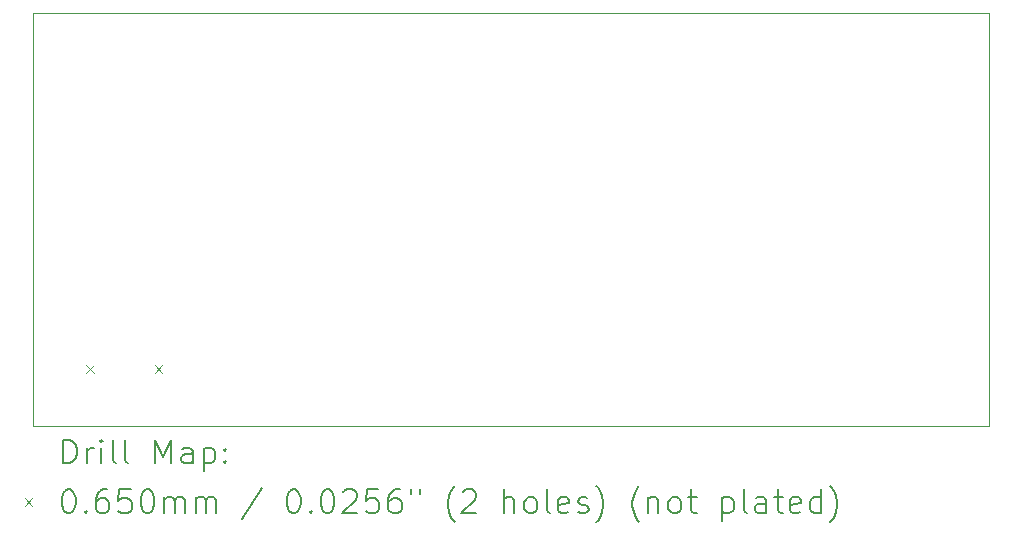
<source format=gbr>
%TF.GenerationSoftware,KiCad,Pcbnew,9.0.2*%
%TF.CreationDate,2025-06-17T12:35:59-07:00*%
%TF.ProjectId,controller,636f6e74-726f-46c6-9c65-722e6b696361,rev?*%
%TF.SameCoordinates,Original*%
%TF.FileFunction,Drillmap*%
%TF.FilePolarity,Positive*%
%FSLAX45Y45*%
G04 Gerber Fmt 4.5, Leading zero omitted, Abs format (unit mm)*
G04 Created by KiCad (PCBNEW 9.0.2) date 2025-06-17 12:35:59*
%MOMM*%
%LPD*%
G01*
G04 APERTURE LIST*
%ADD10C,0.050000*%
%ADD11C,0.200000*%
%ADD12C,0.100000*%
G04 APERTURE END LIST*
D10*
X10100000Y-7000000D02*
X18200000Y-7000000D01*
X18200000Y-10500000D01*
X10100000Y-10500000D01*
X10100000Y-7000000D01*
D11*
D12*
X10553500Y-9982500D02*
X10618500Y-10047500D01*
X10618500Y-9982500D02*
X10553500Y-10047500D01*
X11131500Y-9982500D02*
X11196500Y-10047500D01*
X11196500Y-9982500D02*
X11131500Y-10047500D01*
D11*
X10358277Y-10813984D02*
X10358277Y-10613984D01*
X10358277Y-10613984D02*
X10405896Y-10613984D01*
X10405896Y-10613984D02*
X10434467Y-10623508D01*
X10434467Y-10623508D02*
X10453515Y-10642555D01*
X10453515Y-10642555D02*
X10463039Y-10661603D01*
X10463039Y-10661603D02*
X10472563Y-10699698D01*
X10472563Y-10699698D02*
X10472563Y-10728270D01*
X10472563Y-10728270D02*
X10463039Y-10766365D01*
X10463039Y-10766365D02*
X10453515Y-10785412D01*
X10453515Y-10785412D02*
X10434467Y-10804460D01*
X10434467Y-10804460D02*
X10405896Y-10813984D01*
X10405896Y-10813984D02*
X10358277Y-10813984D01*
X10558277Y-10813984D02*
X10558277Y-10680650D01*
X10558277Y-10718746D02*
X10567801Y-10699698D01*
X10567801Y-10699698D02*
X10577324Y-10690174D01*
X10577324Y-10690174D02*
X10596372Y-10680650D01*
X10596372Y-10680650D02*
X10615420Y-10680650D01*
X10682086Y-10813984D02*
X10682086Y-10680650D01*
X10682086Y-10613984D02*
X10672563Y-10623508D01*
X10672563Y-10623508D02*
X10682086Y-10633031D01*
X10682086Y-10633031D02*
X10691610Y-10623508D01*
X10691610Y-10623508D02*
X10682086Y-10613984D01*
X10682086Y-10613984D02*
X10682086Y-10633031D01*
X10805896Y-10813984D02*
X10786848Y-10804460D01*
X10786848Y-10804460D02*
X10777324Y-10785412D01*
X10777324Y-10785412D02*
X10777324Y-10613984D01*
X10910658Y-10813984D02*
X10891610Y-10804460D01*
X10891610Y-10804460D02*
X10882086Y-10785412D01*
X10882086Y-10785412D02*
X10882086Y-10613984D01*
X11139229Y-10813984D02*
X11139229Y-10613984D01*
X11139229Y-10613984D02*
X11205896Y-10756841D01*
X11205896Y-10756841D02*
X11272562Y-10613984D01*
X11272562Y-10613984D02*
X11272562Y-10813984D01*
X11453515Y-10813984D02*
X11453515Y-10709222D01*
X11453515Y-10709222D02*
X11443991Y-10690174D01*
X11443991Y-10690174D02*
X11424943Y-10680650D01*
X11424943Y-10680650D02*
X11386848Y-10680650D01*
X11386848Y-10680650D02*
X11367801Y-10690174D01*
X11453515Y-10804460D02*
X11434467Y-10813984D01*
X11434467Y-10813984D02*
X11386848Y-10813984D01*
X11386848Y-10813984D02*
X11367801Y-10804460D01*
X11367801Y-10804460D02*
X11358277Y-10785412D01*
X11358277Y-10785412D02*
X11358277Y-10766365D01*
X11358277Y-10766365D02*
X11367801Y-10747317D01*
X11367801Y-10747317D02*
X11386848Y-10737793D01*
X11386848Y-10737793D02*
X11434467Y-10737793D01*
X11434467Y-10737793D02*
X11453515Y-10728270D01*
X11548753Y-10680650D02*
X11548753Y-10880650D01*
X11548753Y-10690174D02*
X11567801Y-10680650D01*
X11567801Y-10680650D02*
X11605896Y-10680650D01*
X11605896Y-10680650D02*
X11624943Y-10690174D01*
X11624943Y-10690174D02*
X11634467Y-10699698D01*
X11634467Y-10699698D02*
X11643991Y-10718746D01*
X11643991Y-10718746D02*
X11643991Y-10775889D01*
X11643991Y-10775889D02*
X11634467Y-10794936D01*
X11634467Y-10794936D02*
X11624943Y-10804460D01*
X11624943Y-10804460D02*
X11605896Y-10813984D01*
X11605896Y-10813984D02*
X11567801Y-10813984D01*
X11567801Y-10813984D02*
X11548753Y-10804460D01*
X11729705Y-10794936D02*
X11739229Y-10804460D01*
X11739229Y-10804460D02*
X11729705Y-10813984D01*
X11729705Y-10813984D02*
X11720182Y-10804460D01*
X11720182Y-10804460D02*
X11729705Y-10794936D01*
X11729705Y-10794936D02*
X11729705Y-10813984D01*
X11729705Y-10690174D02*
X11739229Y-10699698D01*
X11739229Y-10699698D02*
X11729705Y-10709222D01*
X11729705Y-10709222D02*
X11720182Y-10699698D01*
X11720182Y-10699698D02*
X11729705Y-10690174D01*
X11729705Y-10690174D02*
X11729705Y-10709222D01*
D12*
X10032500Y-11110000D02*
X10097500Y-11175000D01*
X10097500Y-11110000D02*
X10032500Y-11175000D01*
D11*
X10396372Y-11033984D02*
X10415420Y-11033984D01*
X10415420Y-11033984D02*
X10434467Y-11043508D01*
X10434467Y-11043508D02*
X10443991Y-11053031D01*
X10443991Y-11053031D02*
X10453515Y-11072079D01*
X10453515Y-11072079D02*
X10463039Y-11110174D01*
X10463039Y-11110174D02*
X10463039Y-11157793D01*
X10463039Y-11157793D02*
X10453515Y-11195888D01*
X10453515Y-11195888D02*
X10443991Y-11214936D01*
X10443991Y-11214936D02*
X10434467Y-11224460D01*
X10434467Y-11224460D02*
X10415420Y-11233984D01*
X10415420Y-11233984D02*
X10396372Y-11233984D01*
X10396372Y-11233984D02*
X10377324Y-11224460D01*
X10377324Y-11224460D02*
X10367801Y-11214936D01*
X10367801Y-11214936D02*
X10358277Y-11195888D01*
X10358277Y-11195888D02*
X10348753Y-11157793D01*
X10348753Y-11157793D02*
X10348753Y-11110174D01*
X10348753Y-11110174D02*
X10358277Y-11072079D01*
X10358277Y-11072079D02*
X10367801Y-11053031D01*
X10367801Y-11053031D02*
X10377324Y-11043508D01*
X10377324Y-11043508D02*
X10396372Y-11033984D01*
X10548753Y-11214936D02*
X10558277Y-11224460D01*
X10558277Y-11224460D02*
X10548753Y-11233984D01*
X10548753Y-11233984D02*
X10539229Y-11224460D01*
X10539229Y-11224460D02*
X10548753Y-11214936D01*
X10548753Y-11214936D02*
X10548753Y-11233984D01*
X10729705Y-11033984D02*
X10691610Y-11033984D01*
X10691610Y-11033984D02*
X10672563Y-11043508D01*
X10672563Y-11043508D02*
X10663039Y-11053031D01*
X10663039Y-11053031D02*
X10643991Y-11081603D01*
X10643991Y-11081603D02*
X10634467Y-11119698D01*
X10634467Y-11119698D02*
X10634467Y-11195888D01*
X10634467Y-11195888D02*
X10643991Y-11214936D01*
X10643991Y-11214936D02*
X10653515Y-11224460D01*
X10653515Y-11224460D02*
X10672563Y-11233984D01*
X10672563Y-11233984D02*
X10710658Y-11233984D01*
X10710658Y-11233984D02*
X10729705Y-11224460D01*
X10729705Y-11224460D02*
X10739229Y-11214936D01*
X10739229Y-11214936D02*
X10748753Y-11195888D01*
X10748753Y-11195888D02*
X10748753Y-11148270D01*
X10748753Y-11148270D02*
X10739229Y-11129222D01*
X10739229Y-11129222D02*
X10729705Y-11119698D01*
X10729705Y-11119698D02*
X10710658Y-11110174D01*
X10710658Y-11110174D02*
X10672563Y-11110174D01*
X10672563Y-11110174D02*
X10653515Y-11119698D01*
X10653515Y-11119698D02*
X10643991Y-11129222D01*
X10643991Y-11129222D02*
X10634467Y-11148270D01*
X10929705Y-11033984D02*
X10834467Y-11033984D01*
X10834467Y-11033984D02*
X10824944Y-11129222D01*
X10824944Y-11129222D02*
X10834467Y-11119698D01*
X10834467Y-11119698D02*
X10853515Y-11110174D01*
X10853515Y-11110174D02*
X10901134Y-11110174D01*
X10901134Y-11110174D02*
X10920182Y-11119698D01*
X10920182Y-11119698D02*
X10929705Y-11129222D01*
X10929705Y-11129222D02*
X10939229Y-11148270D01*
X10939229Y-11148270D02*
X10939229Y-11195888D01*
X10939229Y-11195888D02*
X10929705Y-11214936D01*
X10929705Y-11214936D02*
X10920182Y-11224460D01*
X10920182Y-11224460D02*
X10901134Y-11233984D01*
X10901134Y-11233984D02*
X10853515Y-11233984D01*
X10853515Y-11233984D02*
X10834467Y-11224460D01*
X10834467Y-11224460D02*
X10824944Y-11214936D01*
X11063039Y-11033984D02*
X11082086Y-11033984D01*
X11082086Y-11033984D02*
X11101134Y-11043508D01*
X11101134Y-11043508D02*
X11110658Y-11053031D01*
X11110658Y-11053031D02*
X11120182Y-11072079D01*
X11120182Y-11072079D02*
X11129705Y-11110174D01*
X11129705Y-11110174D02*
X11129705Y-11157793D01*
X11129705Y-11157793D02*
X11120182Y-11195888D01*
X11120182Y-11195888D02*
X11110658Y-11214936D01*
X11110658Y-11214936D02*
X11101134Y-11224460D01*
X11101134Y-11224460D02*
X11082086Y-11233984D01*
X11082086Y-11233984D02*
X11063039Y-11233984D01*
X11063039Y-11233984D02*
X11043991Y-11224460D01*
X11043991Y-11224460D02*
X11034467Y-11214936D01*
X11034467Y-11214936D02*
X11024944Y-11195888D01*
X11024944Y-11195888D02*
X11015420Y-11157793D01*
X11015420Y-11157793D02*
X11015420Y-11110174D01*
X11015420Y-11110174D02*
X11024944Y-11072079D01*
X11024944Y-11072079D02*
X11034467Y-11053031D01*
X11034467Y-11053031D02*
X11043991Y-11043508D01*
X11043991Y-11043508D02*
X11063039Y-11033984D01*
X11215420Y-11233984D02*
X11215420Y-11100650D01*
X11215420Y-11119698D02*
X11224943Y-11110174D01*
X11224943Y-11110174D02*
X11243991Y-11100650D01*
X11243991Y-11100650D02*
X11272563Y-11100650D01*
X11272563Y-11100650D02*
X11291610Y-11110174D01*
X11291610Y-11110174D02*
X11301134Y-11129222D01*
X11301134Y-11129222D02*
X11301134Y-11233984D01*
X11301134Y-11129222D02*
X11310658Y-11110174D01*
X11310658Y-11110174D02*
X11329705Y-11100650D01*
X11329705Y-11100650D02*
X11358277Y-11100650D01*
X11358277Y-11100650D02*
X11377324Y-11110174D01*
X11377324Y-11110174D02*
X11386848Y-11129222D01*
X11386848Y-11129222D02*
X11386848Y-11233984D01*
X11482086Y-11233984D02*
X11482086Y-11100650D01*
X11482086Y-11119698D02*
X11491610Y-11110174D01*
X11491610Y-11110174D02*
X11510658Y-11100650D01*
X11510658Y-11100650D02*
X11539229Y-11100650D01*
X11539229Y-11100650D02*
X11558277Y-11110174D01*
X11558277Y-11110174D02*
X11567801Y-11129222D01*
X11567801Y-11129222D02*
X11567801Y-11233984D01*
X11567801Y-11129222D02*
X11577324Y-11110174D01*
X11577324Y-11110174D02*
X11596372Y-11100650D01*
X11596372Y-11100650D02*
X11624943Y-11100650D01*
X11624943Y-11100650D02*
X11643991Y-11110174D01*
X11643991Y-11110174D02*
X11653515Y-11129222D01*
X11653515Y-11129222D02*
X11653515Y-11233984D01*
X12043991Y-11024460D02*
X11872563Y-11281603D01*
X12301134Y-11033984D02*
X12320182Y-11033984D01*
X12320182Y-11033984D02*
X12339229Y-11043508D01*
X12339229Y-11043508D02*
X12348753Y-11053031D01*
X12348753Y-11053031D02*
X12358277Y-11072079D01*
X12358277Y-11072079D02*
X12367801Y-11110174D01*
X12367801Y-11110174D02*
X12367801Y-11157793D01*
X12367801Y-11157793D02*
X12358277Y-11195888D01*
X12358277Y-11195888D02*
X12348753Y-11214936D01*
X12348753Y-11214936D02*
X12339229Y-11224460D01*
X12339229Y-11224460D02*
X12320182Y-11233984D01*
X12320182Y-11233984D02*
X12301134Y-11233984D01*
X12301134Y-11233984D02*
X12282086Y-11224460D01*
X12282086Y-11224460D02*
X12272563Y-11214936D01*
X12272563Y-11214936D02*
X12263039Y-11195888D01*
X12263039Y-11195888D02*
X12253515Y-11157793D01*
X12253515Y-11157793D02*
X12253515Y-11110174D01*
X12253515Y-11110174D02*
X12263039Y-11072079D01*
X12263039Y-11072079D02*
X12272563Y-11053031D01*
X12272563Y-11053031D02*
X12282086Y-11043508D01*
X12282086Y-11043508D02*
X12301134Y-11033984D01*
X12453515Y-11214936D02*
X12463039Y-11224460D01*
X12463039Y-11224460D02*
X12453515Y-11233984D01*
X12453515Y-11233984D02*
X12443991Y-11224460D01*
X12443991Y-11224460D02*
X12453515Y-11214936D01*
X12453515Y-11214936D02*
X12453515Y-11233984D01*
X12586848Y-11033984D02*
X12605896Y-11033984D01*
X12605896Y-11033984D02*
X12624944Y-11043508D01*
X12624944Y-11043508D02*
X12634467Y-11053031D01*
X12634467Y-11053031D02*
X12643991Y-11072079D01*
X12643991Y-11072079D02*
X12653515Y-11110174D01*
X12653515Y-11110174D02*
X12653515Y-11157793D01*
X12653515Y-11157793D02*
X12643991Y-11195888D01*
X12643991Y-11195888D02*
X12634467Y-11214936D01*
X12634467Y-11214936D02*
X12624944Y-11224460D01*
X12624944Y-11224460D02*
X12605896Y-11233984D01*
X12605896Y-11233984D02*
X12586848Y-11233984D01*
X12586848Y-11233984D02*
X12567801Y-11224460D01*
X12567801Y-11224460D02*
X12558277Y-11214936D01*
X12558277Y-11214936D02*
X12548753Y-11195888D01*
X12548753Y-11195888D02*
X12539229Y-11157793D01*
X12539229Y-11157793D02*
X12539229Y-11110174D01*
X12539229Y-11110174D02*
X12548753Y-11072079D01*
X12548753Y-11072079D02*
X12558277Y-11053031D01*
X12558277Y-11053031D02*
X12567801Y-11043508D01*
X12567801Y-11043508D02*
X12586848Y-11033984D01*
X12729706Y-11053031D02*
X12739229Y-11043508D01*
X12739229Y-11043508D02*
X12758277Y-11033984D01*
X12758277Y-11033984D02*
X12805896Y-11033984D01*
X12805896Y-11033984D02*
X12824944Y-11043508D01*
X12824944Y-11043508D02*
X12834467Y-11053031D01*
X12834467Y-11053031D02*
X12843991Y-11072079D01*
X12843991Y-11072079D02*
X12843991Y-11091127D01*
X12843991Y-11091127D02*
X12834467Y-11119698D01*
X12834467Y-11119698D02*
X12720182Y-11233984D01*
X12720182Y-11233984D02*
X12843991Y-11233984D01*
X13024944Y-11033984D02*
X12929706Y-11033984D01*
X12929706Y-11033984D02*
X12920182Y-11129222D01*
X12920182Y-11129222D02*
X12929706Y-11119698D01*
X12929706Y-11119698D02*
X12948753Y-11110174D01*
X12948753Y-11110174D02*
X12996372Y-11110174D01*
X12996372Y-11110174D02*
X13015420Y-11119698D01*
X13015420Y-11119698D02*
X13024944Y-11129222D01*
X13024944Y-11129222D02*
X13034467Y-11148270D01*
X13034467Y-11148270D02*
X13034467Y-11195888D01*
X13034467Y-11195888D02*
X13024944Y-11214936D01*
X13024944Y-11214936D02*
X13015420Y-11224460D01*
X13015420Y-11224460D02*
X12996372Y-11233984D01*
X12996372Y-11233984D02*
X12948753Y-11233984D01*
X12948753Y-11233984D02*
X12929706Y-11224460D01*
X12929706Y-11224460D02*
X12920182Y-11214936D01*
X13205896Y-11033984D02*
X13167801Y-11033984D01*
X13167801Y-11033984D02*
X13148753Y-11043508D01*
X13148753Y-11043508D02*
X13139229Y-11053031D01*
X13139229Y-11053031D02*
X13120182Y-11081603D01*
X13120182Y-11081603D02*
X13110658Y-11119698D01*
X13110658Y-11119698D02*
X13110658Y-11195888D01*
X13110658Y-11195888D02*
X13120182Y-11214936D01*
X13120182Y-11214936D02*
X13129706Y-11224460D01*
X13129706Y-11224460D02*
X13148753Y-11233984D01*
X13148753Y-11233984D02*
X13186848Y-11233984D01*
X13186848Y-11233984D02*
X13205896Y-11224460D01*
X13205896Y-11224460D02*
X13215420Y-11214936D01*
X13215420Y-11214936D02*
X13224944Y-11195888D01*
X13224944Y-11195888D02*
X13224944Y-11148270D01*
X13224944Y-11148270D02*
X13215420Y-11129222D01*
X13215420Y-11129222D02*
X13205896Y-11119698D01*
X13205896Y-11119698D02*
X13186848Y-11110174D01*
X13186848Y-11110174D02*
X13148753Y-11110174D01*
X13148753Y-11110174D02*
X13129706Y-11119698D01*
X13129706Y-11119698D02*
X13120182Y-11129222D01*
X13120182Y-11129222D02*
X13110658Y-11148270D01*
X13301134Y-11033984D02*
X13301134Y-11072079D01*
X13377325Y-11033984D02*
X13377325Y-11072079D01*
X13672563Y-11310174D02*
X13663039Y-11300650D01*
X13663039Y-11300650D02*
X13643991Y-11272079D01*
X13643991Y-11272079D02*
X13634468Y-11253031D01*
X13634468Y-11253031D02*
X13624944Y-11224460D01*
X13624944Y-11224460D02*
X13615420Y-11176841D01*
X13615420Y-11176841D02*
X13615420Y-11138746D01*
X13615420Y-11138746D02*
X13624944Y-11091127D01*
X13624944Y-11091127D02*
X13634468Y-11062555D01*
X13634468Y-11062555D02*
X13643991Y-11043508D01*
X13643991Y-11043508D02*
X13663039Y-11014936D01*
X13663039Y-11014936D02*
X13672563Y-11005412D01*
X13739229Y-11053031D02*
X13748753Y-11043508D01*
X13748753Y-11043508D02*
X13767801Y-11033984D01*
X13767801Y-11033984D02*
X13815420Y-11033984D01*
X13815420Y-11033984D02*
X13834468Y-11043508D01*
X13834468Y-11043508D02*
X13843991Y-11053031D01*
X13843991Y-11053031D02*
X13853515Y-11072079D01*
X13853515Y-11072079D02*
X13853515Y-11091127D01*
X13853515Y-11091127D02*
X13843991Y-11119698D01*
X13843991Y-11119698D02*
X13729706Y-11233984D01*
X13729706Y-11233984D02*
X13853515Y-11233984D01*
X14091610Y-11233984D02*
X14091610Y-11033984D01*
X14177325Y-11233984D02*
X14177325Y-11129222D01*
X14177325Y-11129222D02*
X14167801Y-11110174D01*
X14167801Y-11110174D02*
X14148753Y-11100650D01*
X14148753Y-11100650D02*
X14120182Y-11100650D01*
X14120182Y-11100650D02*
X14101134Y-11110174D01*
X14101134Y-11110174D02*
X14091610Y-11119698D01*
X14301134Y-11233984D02*
X14282087Y-11224460D01*
X14282087Y-11224460D02*
X14272563Y-11214936D01*
X14272563Y-11214936D02*
X14263039Y-11195888D01*
X14263039Y-11195888D02*
X14263039Y-11138746D01*
X14263039Y-11138746D02*
X14272563Y-11119698D01*
X14272563Y-11119698D02*
X14282087Y-11110174D01*
X14282087Y-11110174D02*
X14301134Y-11100650D01*
X14301134Y-11100650D02*
X14329706Y-11100650D01*
X14329706Y-11100650D02*
X14348753Y-11110174D01*
X14348753Y-11110174D02*
X14358277Y-11119698D01*
X14358277Y-11119698D02*
X14367801Y-11138746D01*
X14367801Y-11138746D02*
X14367801Y-11195888D01*
X14367801Y-11195888D02*
X14358277Y-11214936D01*
X14358277Y-11214936D02*
X14348753Y-11224460D01*
X14348753Y-11224460D02*
X14329706Y-11233984D01*
X14329706Y-11233984D02*
X14301134Y-11233984D01*
X14482087Y-11233984D02*
X14463039Y-11224460D01*
X14463039Y-11224460D02*
X14453515Y-11205412D01*
X14453515Y-11205412D02*
X14453515Y-11033984D01*
X14634468Y-11224460D02*
X14615420Y-11233984D01*
X14615420Y-11233984D02*
X14577325Y-11233984D01*
X14577325Y-11233984D02*
X14558277Y-11224460D01*
X14558277Y-11224460D02*
X14548753Y-11205412D01*
X14548753Y-11205412D02*
X14548753Y-11129222D01*
X14548753Y-11129222D02*
X14558277Y-11110174D01*
X14558277Y-11110174D02*
X14577325Y-11100650D01*
X14577325Y-11100650D02*
X14615420Y-11100650D01*
X14615420Y-11100650D02*
X14634468Y-11110174D01*
X14634468Y-11110174D02*
X14643991Y-11129222D01*
X14643991Y-11129222D02*
X14643991Y-11148270D01*
X14643991Y-11148270D02*
X14548753Y-11167317D01*
X14720182Y-11224460D02*
X14739230Y-11233984D01*
X14739230Y-11233984D02*
X14777325Y-11233984D01*
X14777325Y-11233984D02*
X14796372Y-11224460D01*
X14796372Y-11224460D02*
X14805896Y-11205412D01*
X14805896Y-11205412D02*
X14805896Y-11195888D01*
X14805896Y-11195888D02*
X14796372Y-11176841D01*
X14796372Y-11176841D02*
X14777325Y-11167317D01*
X14777325Y-11167317D02*
X14748753Y-11167317D01*
X14748753Y-11167317D02*
X14729706Y-11157793D01*
X14729706Y-11157793D02*
X14720182Y-11138746D01*
X14720182Y-11138746D02*
X14720182Y-11129222D01*
X14720182Y-11129222D02*
X14729706Y-11110174D01*
X14729706Y-11110174D02*
X14748753Y-11100650D01*
X14748753Y-11100650D02*
X14777325Y-11100650D01*
X14777325Y-11100650D02*
X14796372Y-11110174D01*
X14872563Y-11310174D02*
X14882087Y-11300650D01*
X14882087Y-11300650D02*
X14901134Y-11272079D01*
X14901134Y-11272079D02*
X14910658Y-11253031D01*
X14910658Y-11253031D02*
X14920182Y-11224460D01*
X14920182Y-11224460D02*
X14929706Y-11176841D01*
X14929706Y-11176841D02*
X14929706Y-11138746D01*
X14929706Y-11138746D02*
X14920182Y-11091127D01*
X14920182Y-11091127D02*
X14910658Y-11062555D01*
X14910658Y-11062555D02*
X14901134Y-11043508D01*
X14901134Y-11043508D02*
X14882087Y-11014936D01*
X14882087Y-11014936D02*
X14872563Y-11005412D01*
X15234468Y-11310174D02*
X15224944Y-11300650D01*
X15224944Y-11300650D02*
X15205896Y-11272079D01*
X15205896Y-11272079D02*
X15196372Y-11253031D01*
X15196372Y-11253031D02*
X15186849Y-11224460D01*
X15186849Y-11224460D02*
X15177325Y-11176841D01*
X15177325Y-11176841D02*
X15177325Y-11138746D01*
X15177325Y-11138746D02*
X15186849Y-11091127D01*
X15186849Y-11091127D02*
X15196372Y-11062555D01*
X15196372Y-11062555D02*
X15205896Y-11043508D01*
X15205896Y-11043508D02*
X15224944Y-11014936D01*
X15224944Y-11014936D02*
X15234468Y-11005412D01*
X15310658Y-11100650D02*
X15310658Y-11233984D01*
X15310658Y-11119698D02*
X15320182Y-11110174D01*
X15320182Y-11110174D02*
X15339230Y-11100650D01*
X15339230Y-11100650D02*
X15367801Y-11100650D01*
X15367801Y-11100650D02*
X15386849Y-11110174D01*
X15386849Y-11110174D02*
X15396372Y-11129222D01*
X15396372Y-11129222D02*
X15396372Y-11233984D01*
X15520182Y-11233984D02*
X15501134Y-11224460D01*
X15501134Y-11224460D02*
X15491611Y-11214936D01*
X15491611Y-11214936D02*
X15482087Y-11195888D01*
X15482087Y-11195888D02*
X15482087Y-11138746D01*
X15482087Y-11138746D02*
X15491611Y-11119698D01*
X15491611Y-11119698D02*
X15501134Y-11110174D01*
X15501134Y-11110174D02*
X15520182Y-11100650D01*
X15520182Y-11100650D02*
X15548753Y-11100650D01*
X15548753Y-11100650D02*
X15567801Y-11110174D01*
X15567801Y-11110174D02*
X15577325Y-11119698D01*
X15577325Y-11119698D02*
X15586849Y-11138746D01*
X15586849Y-11138746D02*
X15586849Y-11195888D01*
X15586849Y-11195888D02*
X15577325Y-11214936D01*
X15577325Y-11214936D02*
X15567801Y-11224460D01*
X15567801Y-11224460D02*
X15548753Y-11233984D01*
X15548753Y-11233984D02*
X15520182Y-11233984D01*
X15643992Y-11100650D02*
X15720182Y-11100650D01*
X15672563Y-11033984D02*
X15672563Y-11205412D01*
X15672563Y-11205412D02*
X15682087Y-11224460D01*
X15682087Y-11224460D02*
X15701134Y-11233984D01*
X15701134Y-11233984D02*
X15720182Y-11233984D01*
X15939230Y-11100650D02*
X15939230Y-11300650D01*
X15939230Y-11110174D02*
X15958277Y-11100650D01*
X15958277Y-11100650D02*
X15996373Y-11100650D01*
X15996373Y-11100650D02*
X16015420Y-11110174D01*
X16015420Y-11110174D02*
X16024944Y-11119698D01*
X16024944Y-11119698D02*
X16034468Y-11138746D01*
X16034468Y-11138746D02*
X16034468Y-11195888D01*
X16034468Y-11195888D02*
X16024944Y-11214936D01*
X16024944Y-11214936D02*
X16015420Y-11224460D01*
X16015420Y-11224460D02*
X15996373Y-11233984D01*
X15996373Y-11233984D02*
X15958277Y-11233984D01*
X15958277Y-11233984D02*
X15939230Y-11224460D01*
X16148753Y-11233984D02*
X16129706Y-11224460D01*
X16129706Y-11224460D02*
X16120182Y-11205412D01*
X16120182Y-11205412D02*
X16120182Y-11033984D01*
X16310658Y-11233984D02*
X16310658Y-11129222D01*
X16310658Y-11129222D02*
X16301134Y-11110174D01*
X16301134Y-11110174D02*
X16282087Y-11100650D01*
X16282087Y-11100650D02*
X16243992Y-11100650D01*
X16243992Y-11100650D02*
X16224944Y-11110174D01*
X16310658Y-11224460D02*
X16291611Y-11233984D01*
X16291611Y-11233984D02*
X16243992Y-11233984D01*
X16243992Y-11233984D02*
X16224944Y-11224460D01*
X16224944Y-11224460D02*
X16215420Y-11205412D01*
X16215420Y-11205412D02*
X16215420Y-11186365D01*
X16215420Y-11186365D02*
X16224944Y-11167317D01*
X16224944Y-11167317D02*
X16243992Y-11157793D01*
X16243992Y-11157793D02*
X16291611Y-11157793D01*
X16291611Y-11157793D02*
X16310658Y-11148270D01*
X16377325Y-11100650D02*
X16453515Y-11100650D01*
X16405896Y-11033984D02*
X16405896Y-11205412D01*
X16405896Y-11205412D02*
X16415420Y-11224460D01*
X16415420Y-11224460D02*
X16434468Y-11233984D01*
X16434468Y-11233984D02*
X16453515Y-11233984D01*
X16596373Y-11224460D02*
X16577325Y-11233984D01*
X16577325Y-11233984D02*
X16539230Y-11233984D01*
X16539230Y-11233984D02*
X16520182Y-11224460D01*
X16520182Y-11224460D02*
X16510658Y-11205412D01*
X16510658Y-11205412D02*
X16510658Y-11129222D01*
X16510658Y-11129222D02*
X16520182Y-11110174D01*
X16520182Y-11110174D02*
X16539230Y-11100650D01*
X16539230Y-11100650D02*
X16577325Y-11100650D01*
X16577325Y-11100650D02*
X16596373Y-11110174D01*
X16596373Y-11110174D02*
X16605896Y-11129222D01*
X16605896Y-11129222D02*
X16605896Y-11148270D01*
X16605896Y-11148270D02*
X16510658Y-11167317D01*
X16777325Y-11233984D02*
X16777325Y-11033984D01*
X16777325Y-11224460D02*
X16758277Y-11233984D01*
X16758277Y-11233984D02*
X16720182Y-11233984D01*
X16720182Y-11233984D02*
X16701134Y-11224460D01*
X16701134Y-11224460D02*
X16691611Y-11214936D01*
X16691611Y-11214936D02*
X16682087Y-11195888D01*
X16682087Y-11195888D02*
X16682087Y-11138746D01*
X16682087Y-11138746D02*
X16691611Y-11119698D01*
X16691611Y-11119698D02*
X16701134Y-11110174D01*
X16701134Y-11110174D02*
X16720182Y-11100650D01*
X16720182Y-11100650D02*
X16758277Y-11100650D01*
X16758277Y-11100650D02*
X16777325Y-11110174D01*
X16853516Y-11310174D02*
X16863039Y-11300650D01*
X16863039Y-11300650D02*
X16882087Y-11272079D01*
X16882087Y-11272079D02*
X16891611Y-11253031D01*
X16891611Y-11253031D02*
X16901135Y-11224460D01*
X16901135Y-11224460D02*
X16910658Y-11176841D01*
X16910658Y-11176841D02*
X16910658Y-11138746D01*
X16910658Y-11138746D02*
X16901135Y-11091127D01*
X16901135Y-11091127D02*
X16891611Y-11062555D01*
X16891611Y-11062555D02*
X16882087Y-11043508D01*
X16882087Y-11043508D02*
X16863039Y-11014936D01*
X16863039Y-11014936D02*
X16853516Y-11005412D01*
M02*

</source>
